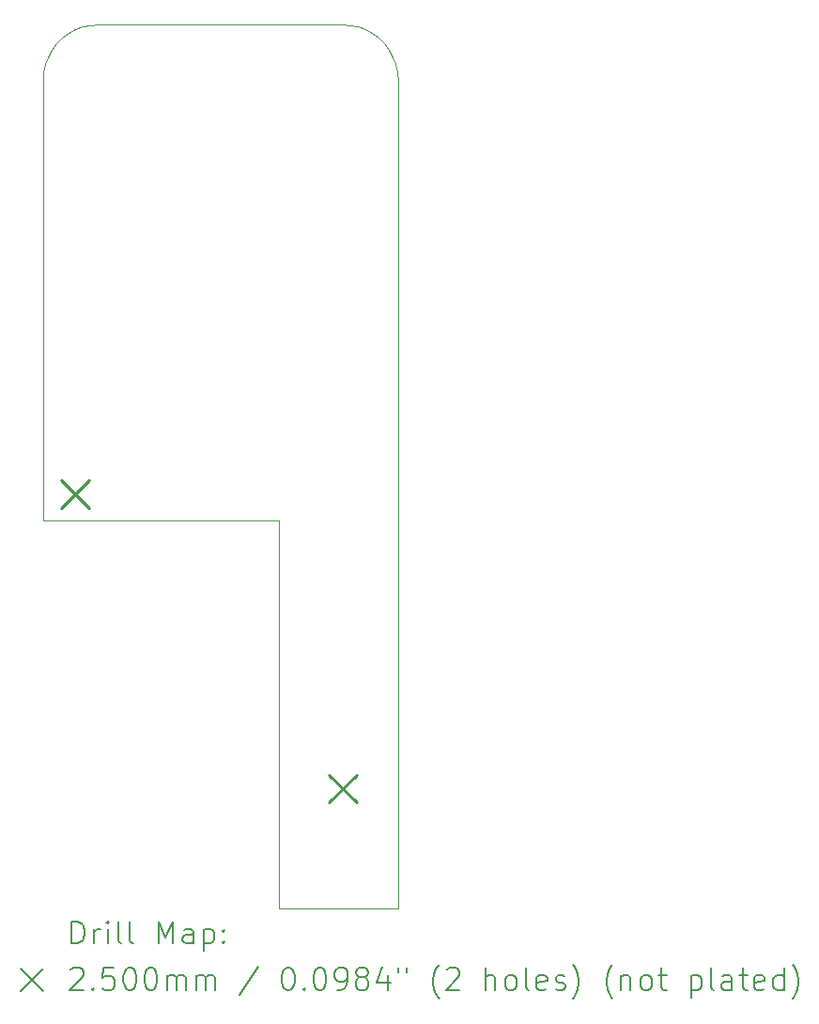
<source format=gbr>
%TF.GenerationSoftware,KiCad,Pcbnew,7.0.7*%
%TF.CreationDate,2024-05-12T05:58:04-05:00*%
%TF.ProjectId,ThinkTankTimerVote,5468696e-6b54-4616-9e6b-54696d657256,rev?*%
%TF.SameCoordinates,Original*%
%TF.FileFunction,Drillmap*%
%TF.FilePolarity,Positive*%
%FSLAX45Y45*%
G04 Gerber Fmt 4.5, Leading zero omitted, Abs format (unit mm)*
G04 Created by KiCad (PCBNEW 7.0.7) date 2024-05-12 05:58:04*
%MOMM*%
%LPD*%
G01*
G04 APERTURE LIST*
%ADD10C,0.003779*%
%ADD11C,0.200000*%
%ADD12C,0.250000*%
G04 APERTURE END LIST*
D10*
X16975000Y-6911600D02*
X17025500Y-6861100D01*
X17212000Y-6759300D02*
X17281700Y-6744100D01*
X18452900Y-6739000D02*
X19552900Y-6739000D01*
X19760600Y-6784200D02*
X19823200Y-6818400D01*
X20032600Y-7098100D02*
X20047800Y-7167800D01*
X19693800Y-6759300D02*
X19760600Y-6784200D01*
X18979300Y-14710000D02*
X18979300Y-11210000D01*
X17145200Y-6784200D02*
X17212000Y-6759300D01*
X16932300Y-6968700D02*
X16975000Y-6911600D01*
X16898100Y-7031300D02*
X16932300Y-6968700D01*
X20052900Y-10724500D02*
X20052900Y-11210000D01*
X16852900Y-10724500D02*
X16852900Y-7447700D01*
X20052900Y-11210000D02*
X20052900Y-14710000D01*
X16858000Y-7167800D02*
X16873200Y-7098100D01*
X16852900Y-7447700D02*
X16852900Y-7239000D01*
X19552900Y-6739000D02*
X19624100Y-6744100D01*
X20052900Y-7447700D02*
X20052900Y-10724500D01*
X20047800Y-7167800D02*
X20052900Y-7239000D01*
X19973500Y-6968700D02*
X20007700Y-7031300D01*
X19624100Y-6744100D02*
X19693800Y-6759300D01*
X16852900Y-11210000D02*
X16852900Y-10724500D01*
X17281700Y-6744100D02*
X17352900Y-6739000D01*
X19823200Y-6818400D02*
X19880300Y-6861100D01*
X17025500Y-6861100D02*
X17082600Y-6818400D01*
X17352900Y-6739000D02*
X18452900Y-6739000D01*
X19880300Y-6861100D02*
X19930800Y-6911600D01*
X20007700Y-7031300D02*
X20032600Y-7098100D01*
X16852900Y-7239000D02*
X16858000Y-7167800D01*
X16873200Y-7098100D02*
X16898100Y-7031300D01*
X17082600Y-6818400D02*
X17145200Y-6784200D01*
X19930800Y-6911600D02*
X19973500Y-6968700D01*
X20052900Y-7239000D02*
X20052900Y-7447700D01*
X20052900Y-14710000D02*
X18979300Y-14710000D01*
X18979300Y-11210000D02*
X16852900Y-11210000D01*
D11*
D12*
X17020000Y-10847800D02*
X17270000Y-11097800D01*
X17270000Y-10847800D02*
X17020000Y-11097800D01*
X19433000Y-13502100D02*
X19683000Y-13752100D01*
X19683000Y-13502100D02*
X19433000Y-13752100D01*
D11*
X17113488Y-15021673D02*
X17113488Y-14821673D01*
X17113488Y-14821673D02*
X17161107Y-14821673D01*
X17161107Y-14821673D02*
X17189678Y-14831196D01*
X17189678Y-14831196D02*
X17208726Y-14850244D01*
X17208726Y-14850244D02*
X17218250Y-14869292D01*
X17218250Y-14869292D02*
X17227774Y-14907387D01*
X17227774Y-14907387D02*
X17227774Y-14935958D01*
X17227774Y-14935958D02*
X17218250Y-14974053D01*
X17218250Y-14974053D02*
X17208726Y-14993101D01*
X17208726Y-14993101D02*
X17189678Y-15012149D01*
X17189678Y-15012149D02*
X17161107Y-15021673D01*
X17161107Y-15021673D02*
X17113488Y-15021673D01*
X17313488Y-15021673D02*
X17313488Y-14888339D01*
X17313488Y-14926434D02*
X17323012Y-14907387D01*
X17323012Y-14907387D02*
X17332536Y-14897863D01*
X17332536Y-14897863D02*
X17351583Y-14888339D01*
X17351583Y-14888339D02*
X17370631Y-14888339D01*
X17437297Y-15021673D02*
X17437297Y-14888339D01*
X17437297Y-14821673D02*
X17427774Y-14831196D01*
X17427774Y-14831196D02*
X17437297Y-14840720D01*
X17437297Y-14840720D02*
X17446821Y-14831196D01*
X17446821Y-14831196D02*
X17437297Y-14821673D01*
X17437297Y-14821673D02*
X17437297Y-14840720D01*
X17561107Y-15021673D02*
X17542059Y-15012149D01*
X17542059Y-15012149D02*
X17532536Y-14993101D01*
X17532536Y-14993101D02*
X17532536Y-14821673D01*
X17665869Y-15021673D02*
X17646821Y-15012149D01*
X17646821Y-15012149D02*
X17637297Y-14993101D01*
X17637297Y-14993101D02*
X17637297Y-14821673D01*
X17894440Y-15021673D02*
X17894440Y-14821673D01*
X17894440Y-14821673D02*
X17961107Y-14964530D01*
X17961107Y-14964530D02*
X18027774Y-14821673D01*
X18027774Y-14821673D02*
X18027774Y-15021673D01*
X18208726Y-15021673D02*
X18208726Y-14916911D01*
X18208726Y-14916911D02*
X18199202Y-14897863D01*
X18199202Y-14897863D02*
X18180155Y-14888339D01*
X18180155Y-14888339D02*
X18142059Y-14888339D01*
X18142059Y-14888339D02*
X18123012Y-14897863D01*
X18208726Y-15012149D02*
X18189678Y-15021673D01*
X18189678Y-15021673D02*
X18142059Y-15021673D01*
X18142059Y-15021673D02*
X18123012Y-15012149D01*
X18123012Y-15012149D02*
X18113488Y-14993101D01*
X18113488Y-14993101D02*
X18113488Y-14974053D01*
X18113488Y-14974053D02*
X18123012Y-14955006D01*
X18123012Y-14955006D02*
X18142059Y-14945482D01*
X18142059Y-14945482D02*
X18189678Y-14945482D01*
X18189678Y-14945482D02*
X18208726Y-14935958D01*
X18303964Y-14888339D02*
X18303964Y-15088339D01*
X18303964Y-14897863D02*
X18323012Y-14888339D01*
X18323012Y-14888339D02*
X18361107Y-14888339D01*
X18361107Y-14888339D02*
X18380155Y-14897863D01*
X18380155Y-14897863D02*
X18389678Y-14907387D01*
X18389678Y-14907387D02*
X18399202Y-14926434D01*
X18399202Y-14926434D02*
X18399202Y-14983577D01*
X18399202Y-14983577D02*
X18389678Y-15002625D01*
X18389678Y-15002625D02*
X18380155Y-15012149D01*
X18380155Y-15012149D02*
X18361107Y-15021673D01*
X18361107Y-15021673D02*
X18323012Y-15021673D01*
X18323012Y-15021673D02*
X18303964Y-15012149D01*
X18484917Y-15002625D02*
X18494440Y-15012149D01*
X18494440Y-15012149D02*
X18484917Y-15021673D01*
X18484917Y-15021673D02*
X18475393Y-15012149D01*
X18475393Y-15012149D02*
X18484917Y-15002625D01*
X18484917Y-15002625D02*
X18484917Y-15021673D01*
X18484917Y-14897863D02*
X18494440Y-14907387D01*
X18494440Y-14907387D02*
X18484917Y-14916911D01*
X18484917Y-14916911D02*
X18475393Y-14907387D01*
X18475393Y-14907387D02*
X18484917Y-14897863D01*
X18484917Y-14897863D02*
X18484917Y-14916911D01*
X16652711Y-15250189D02*
X16852711Y-15450189D01*
X16852711Y-15250189D02*
X16652711Y-15450189D01*
X17103964Y-15260720D02*
X17113488Y-15251196D01*
X17113488Y-15251196D02*
X17132536Y-15241673D01*
X17132536Y-15241673D02*
X17180155Y-15241673D01*
X17180155Y-15241673D02*
X17199202Y-15251196D01*
X17199202Y-15251196D02*
X17208726Y-15260720D01*
X17208726Y-15260720D02*
X17218250Y-15279768D01*
X17218250Y-15279768D02*
X17218250Y-15298815D01*
X17218250Y-15298815D02*
X17208726Y-15327387D01*
X17208726Y-15327387D02*
X17094440Y-15441673D01*
X17094440Y-15441673D02*
X17218250Y-15441673D01*
X17303964Y-15422625D02*
X17313488Y-15432149D01*
X17313488Y-15432149D02*
X17303964Y-15441673D01*
X17303964Y-15441673D02*
X17294440Y-15432149D01*
X17294440Y-15432149D02*
X17303964Y-15422625D01*
X17303964Y-15422625D02*
X17303964Y-15441673D01*
X17494440Y-15241673D02*
X17399202Y-15241673D01*
X17399202Y-15241673D02*
X17389678Y-15336911D01*
X17389678Y-15336911D02*
X17399202Y-15327387D01*
X17399202Y-15327387D02*
X17418250Y-15317863D01*
X17418250Y-15317863D02*
X17465869Y-15317863D01*
X17465869Y-15317863D02*
X17484917Y-15327387D01*
X17484917Y-15327387D02*
X17494440Y-15336911D01*
X17494440Y-15336911D02*
X17503964Y-15355958D01*
X17503964Y-15355958D02*
X17503964Y-15403577D01*
X17503964Y-15403577D02*
X17494440Y-15422625D01*
X17494440Y-15422625D02*
X17484917Y-15432149D01*
X17484917Y-15432149D02*
X17465869Y-15441673D01*
X17465869Y-15441673D02*
X17418250Y-15441673D01*
X17418250Y-15441673D02*
X17399202Y-15432149D01*
X17399202Y-15432149D02*
X17389678Y-15422625D01*
X17627774Y-15241673D02*
X17646821Y-15241673D01*
X17646821Y-15241673D02*
X17665869Y-15251196D01*
X17665869Y-15251196D02*
X17675393Y-15260720D01*
X17675393Y-15260720D02*
X17684917Y-15279768D01*
X17684917Y-15279768D02*
X17694440Y-15317863D01*
X17694440Y-15317863D02*
X17694440Y-15365482D01*
X17694440Y-15365482D02*
X17684917Y-15403577D01*
X17684917Y-15403577D02*
X17675393Y-15422625D01*
X17675393Y-15422625D02*
X17665869Y-15432149D01*
X17665869Y-15432149D02*
X17646821Y-15441673D01*
X17646821Y-15441673D02*
X17627774Y-15441673D01*
X17627774Y-15441673D02*
X17608726Y-15432149D01*
X17608726Y-15432149D02*
X17599202Y-15422625D01*
X17599202Y-15422625D02*
X17589678Y-15403577D01*
X17589678Y-15403577D02*
X17580155Y-15365482D01*
X17580155Y-15365482D02*
X17580155Y-15317863D01*
X17580155Y-15317863D02*
X17589678Y-15279768D01*
X17589678Y-15279768D02*
X17599202Y-15260720D01*
X17599202Y-15260720D02*
X17608726Y-15251196D01*
X17608726Y-15251196D02*
X17627774Y-15241673D01*
X17818250Y-15241673D02*
X17837298Y-15241673D01*
X17837298Y-15241673D02*
X17856345Y-15251196D01*
X17856345Y-15251196D02*
X17865869Y-15260720D01*
X17865869Y-15260720D02*
X17875393Y-15279768D01*
X17875393Y-15279768D02*
X17884917Y-15317863D01*
X17884917Y-15317863D02*
X17884917Y-15365482D01*
X17884917Y-15365482D02*
X17875393Y-15403577D01*
X17875393Y-15403577D02*
X17865869Y-15422625D01*
X17865869Y-15422625D02*
X17856345Y-15432149D01*
X17856345Y-15432149D02*
X17837298Y-15441673D01*
X17837298Y-15441673D02*
X17818250Y-15441673D01*
X17818250Y-15441673D02*
X17799202Y-15432149D01*
X17799202Y-15432149D02*
X17789678Y-15422625D01*
X17789678Y-15422625D02*
X17780155Y-15403577D01*
X17780155Y-15403577D02*
X17770631Y-15365482D01*
X17770631Y-15365482D02*
X17770631Y-15317863D01*
X17770631Y-15317863D02*
X17780155Y-15279768D01*
X17780155Y-15279768D02*
X17789678Y-15260720D01*
X17789678Y-15260720D02*
X17799202Y-15251196D01*
X17799202Y-15251196D02*
X17818250Y-15241673D01*
X17970631Y-15441673D02*
X17970631Y-15308339D01*
X17970631Y-15327387D02*
X17980155Y-15317863D01*
X17980155Y-15317863D02*
X17999202Y-15308339D01*
X17999202Y-15308339D02*
X18027774Y-15308339D01*
X18027774Y-15308339D02*
X18046821Y-15317863D01*
X18046821Y-15317863D02*
X18056345Y-15336911D01*
X18056345Y-15336911D02*
X18056345Y-15441673D01*
X18056345Y-15336911D02*
X18065869Y-15317863D01*
X18065869Y-15317863D02*
X18084917Y-15308339D01*
X18084917Y-15308339D02*
X18113488Y-15308339D01*
X18113488Y-15308339D02*
X18132536Y-15317863D01*
X18132536Y-15317863D02*
X18142059Y-15336911D01*
X18142059Y-15336911D02*
X18142059Y-15441673D01*
X18237298Y-15441673D02*
X18237298Y-15308339D01*
X18237298Y-15327387D02*
X18246821Y-15317863D01*
X18246821Y-15317863D02*
X18265869Y-15308339D01*
X18265869Y-15308339D02*
X18294440Y-15308339D01*
X18294440Y-15308339D02*
X18313488Y-15317863D01*
X18313488Y-15317863D02*
X18323012Y-15336911D01*
X18323012Y-15336911D02*
X18323012Y-15441673D01*
X18323012Y-15336911D02*
X18332536Y-15317863D01*
X18332536Y-15317863D02*
X18351583Y-15308339D01*
X18351583Y-15308339D02*
X18380155Y-15308339D01*
X18380155Y-15308339D02*
X18399202Y-15317863D01*
X18399202Y-15317863D02*
X18408726Y-15336911D01*
X18408726Y-15336911D02*
X18408726Y-15441673D01*
X18799202Y-15232149D02*
X18627774Y-15489292D01*
X19056345Y-15241673D02*
X19075393Y-15241673D01*
X19075393Y-15241673D02*
X19094441Y-15251196D01*
X19094441Y-15251196D02*
X19103964Y-15260720D01*
X19103964Y-15260720D02*
X19113488Y-15279768D01*
X19113488Y-15279768D02*
X19123012Y-15317863D01*
X19123012Y-15317863D02*
X19123012Y-15365482D01*
X19123012Y-15365482D02*
X19113488Y-15403577D01*
X19113488Y-15403577D02*
X19103964Y-15422625D01*
X19103964Y-15422625D02*
X19094441Y-15432149D01*
X19094441Y-15432149D02*
X19075393Y-15441673D01*
X19075393Y-15441673D02*
X19056345Y-15441673D01*
X19056345Y-15441673D02*
X19037298Y-15432149D01*
X19037298Y-15432149D02*
X19027774Y-15422625D01*
X19027774Y-15422625D02*
X19018250Y-15403577D01*
X19018250Y-15403577D02*
X19008726Y-15365482D01*
X19008726Y-15365482D02*
X19008726Y-15317863D01*
X19008726Y-15317863D02*
X19018250Y-15279768D01*
X19018250Y-15279768D02*
X19027774Y-15260720D01*
X19027774Y-15260720D02*
X19037298Y-15251196D01*
X19037298Y-15251196D02*
X19056345Y-15241673D01*
X19208726Y-15422625D02*
X19218250Y-15432149D01*
X19218250Y-15432149D02*
X19208726Y-15441673D01*
X19208726Y-15441673D02*
X19199202Y-15432149D01*
X19199202Y-15432149D02*
X19208726Y-15422625D01*
X19208726Y-15422625D02*
X19208726Y-15441673D01*
X19342060Y-15241673D02*
X19361107Y-15241673D01*
X19361107Y-15241673D02*
X19380155Y-15251196D01*
X19380155Y-15251196D02*
X19389679Y-15260720D01*
X19389679Y-15260720D02*
X19399202Y-15279768D01*
X19399202Y-15279768D02*
X19408726Y-15317863D01*
X19408726Y-15317863D02*
X19408726Y-15365482D01*
X19408726Y-15365482D02*
X19399202Y-15403577D01*
X19399202Y-15403577D02*
X19389679Y-15422625D01*
X19389679Y-15422625D02*
X19380155Y-15432149D01*
X19380155Y-15432149D02*
X19361107Y-15441673D01*
X19361107Y-15441673D02*
X19342060Y-15441673D01*
X19342060Y-15441673D02*
X19323012Y-15432149D01*
X19323012Y-15432149D02*
X19313488Y-15422625D01*
X19313488Y-15422625D02*
X19303964Y-15403577D01*
X19303964Y-15403577D02*
X19294441Y-15365482D01*
X19294441Y-15365482D02*
X19294441Y-15317863D01*
X19294441Y-15317863D02*
X19303964Y-15279768D01*
X19303964Y-15279768D02*
X19313488Y-15260720D01*
X19313488Y-15260720D02*
X19323012Y-15251196D01*
X19323012Y-15251196D02*
X19342060Y-15241673D01*
X19503964Y-15441673D02*
X19542060Y-15441673D01*
X19542060Y-15441673D02*
X19561107Y-15432149D01*
X19561107Y-15432149D02*
X19570631Y-15422625D01*
X19570631Y-15422625D02*
X19589679Y-15394053D01*
X19589679Y-15394053D02*
X19599202Y-15355958D01*
X19599202Y-15355958D02*
X19599202Y-15279768D01*
X19599202Y-15279768D02*
X19589679Y-15260720D01*
X19589679Y-15260720D02*
X19580155Y-15251196D01*
X19580155Y-15251196D02*
X19561107Y-15241673D01*
X19561107Y-15241673D02*
X19523012Y-15241673D01*
X19523012Y-15241673D02*
X19503964Y-15251196D01*
X19503964Y-15251196D02*
X19494441Y-15260720D01*
X19494441Y-15260720D02*
X19484917Y-15279768D01*
X19484917Y-15279768D02*
X19484917Y-15327387D01*
X19484917Y-15327387D02*
X19494441Y-15346434D01*
X19494441Y-15346434D02*
X19503964Y-15355958D01*
X19503964Y-15355958D02*
X19523012Y-15365482D01*
X19523012Y-15365482D02*
X19561107Y-15365482D01*
X19561107Y-15365482D02*
X19580155Y-15355958D01*
X19580155Y-15355958D02*
X19589679Y-15346434D01*
X19589679Y-15346434D02*
X19599202Y-15327387D01*
X19713488Y-15327387D02*
X19694441Y-15317863D01*
X19694441Y-15317863D02*
X19684917Y-15308339D01*
X19684917Y-15308339D02*
X19675393Y-15289292D01*
X19675393Y-15289292D02*
X19675393Y-15279768D01*
X19675393Y-15279768D02*
X19684917Y-15260720D01*
X19684917Y-15260720D02*
X19694441Y-15251196D01*
X19694441Y-15251196D02*
X19713488Y-15241673D01*
X19713488Y-15241673D02*
X19751583Y-15241673D01*
X19751583Y-15241673D02*
X19770631Y-15251196D01*
X19770631Y-15251196D02*
X19780155Y-15260720D01*
X19780155Y-15260720D02*
X19789679Y-15279768D01*
X19789679Y-15279768D02*
X19789679Y-15289292D01*
X19789679Y-15289292D02*
X19780155Y-15308339D01*
X19780155Y-15308339D02*
X19770631Y-15317863D01*
X19770631Y-15317863D02*
X19751583Y-15327387D01*
X19751583Y-15327387D02*
X19713488Y-15327387D01*
X19713488Y-15327387D02*
X19694441Y-15336911D01*
X19694441Y-15336911D02*
X19684917Y-15346434D01*
X19684917Y-15346434D02*
X19675393Y-15365482D01*
X19675393Y-15365482D02*
X19675393Y-15403577D01*
X19675393Y-15403577D02*
X19684917Y-15422625D01*
X19684917Y-15422625D02*
X19694441Y-15432149D01*
X19694441Y-15432149D02*
X19713488Y-15441673D01*
X19713488Y-15441673D02*
X19751583Y-15441673D01*
X19751583Y-15441673D02*
X19770631Y-15432149D01*
X19770631Y-15432149D02*
X19780155Y-15422625D01*
X19780155Y-15422625D02*
X19789679Y-15403577D01*
X19789679Y-15403577D02*
X19789679Y-15365482D01*
X19789679Y-15365482D02*
X19780155Y-15346434D01*
X19780155Y-15346434D02*
X19770631Y-15336911D01*
X19770631Y-15336911D02*
X19751583Y-15327387D01*
X19961107Y-15308339D02*
X19961107Y-15441673D01*
X19913488Y-15232149D02*
X19865869Y-15375006D01*
X19865869Y-15375006D02*
X19989679Y-15375006D01*
X20056345Y-15241673D02*
X20056345Y-15279768D01*
X20132536Y-15241673D02*
X20132536Y-15279768D01*
X20427774Y-15517863D02*
X20418250Y-15508339D01*
X20418250Y-15508339D02*
X20399203Y-15479768D01*
X20399203Y-15479768D02*
X20389679Y-15460720D01*
X20389679Y-15460720D02*
X20380155Y-15432149D01*
X20380155Y-15432149D02*
X20370631Y-15384530D01*
X20370631Y-15384530D02*
X20370631Y-15346434D01*
X20370631Y-15346434D02*
X20380155Y-15298815D01*
X20380155Y-15298815D02*
X20389679Y-15270244D01*
X20389679Y-15270244D02*
X20399203Y-15251196D01*
X20399203Y-15251196D02*
X20418250Y-15222625D01*
X20418250Y-15222625D02*
X20427774Y-15213101D01*
X20494441Y-15260720D02*
X20503964Y-15251196D01*
X20503964Y-15251196D02*
X20523012Y-15241673D01*
X20523012Y-15241673D02*
X20570631Y-15241673D01*
X20570631Y-15241673D02*
X20589679Y-15251196D01*
X20589679Y-15251196D02*
X20599203Y-15260720D01*
X20599203Y-15260720D02*
X20608726Y-15279768D01*
X20608726Y-15279768D02*
X20608726Y-15298815D01*
X20608726Y-15298815D02*
X20599203Y-15327387D01*
X20599203Y-15327387D02*
X20484917Y-15441673D01*
X20484917Y-15441673D02*
X20608726Y-15441673D01*
X20846822Y-15441673D02*
X20846822Y-15241673D01*
X20932536Y-15441673D02*
X20932536Y-15336911D01*
X20932536Y-15336911D02*
X20923012Y-15317863D01*
X20923012Y-15317863D02*
X20903965Y-15308339D01*
X20903965Y-15308339D02*
X20875393Y-15308339D01*
X20875393Y-15308339D02*
X20856345Y-15317863D01*
X20856345Y-15317863D02*
X20846822Y-15327387D01*
X21056345Y-15441673D02*
X21037298Y-15432149D01*
X21037298Y-15432149D02*
X21027774Y-15422625D01*
X21027774Y-15422625D02*
X21018250Y-15403577D01*
X21018250Y-15403577D02*
X21018250Y-15346434D01*
X21018250Y-15346434D02*
X21027774Y-15327387D01*
X21027774Y-15327387D02*
X21037298Y-15317863D01*
X21037298Y-15317863D02*
X21056345Y-15308339D01*
X21056345Y-15308339D02*
X21084917Y-15308339D01*
X21084917Y-15308339D02*
X21103965Y-15317863D01*
X21103965Y-15317863D02*
X21113488Y-15327387D01*
X21113488Y-15327387D02*
X21123012Y-15346434D01*
X21123012Y-15346434D02*
X21123012Y-15403577D01*
X21123012Y-15403577D02*
X21113488Y-15422625D01*
X21113488Y-15422625D02*
X21103965Y-15432149D01*
X21103965Y-15432149D02*
X21084917Y-15441673D01*
X21084917Y-15441673D02*
X21056345Y-15441673D01*
X21237298Y-15441673D02*
X21218250Y-15432149D01*
X21218250Y-15432149D02*
X21208726Y-15413101D01*
X21208726Y-15413101D02*
X21208726Y-15241673D01*
X21389679Y-15432149D02*
X21370631Y-15441673D01*
X21370631Y-15441673D02*
X21332536Y-15441673D01*
X21332536Y-15441673D02*
X21313488Y-15432149D01*
X21313488Y-15432149D02*
X21303965Y-15413101D01*
X21303965Y-15413101D02*
X21303965Y-15336911D01*
X21303965Y-15336911D02*
X21313488Y-15317863D01*
X21313488Y-15317863D02*
X21332536Y-15308339D01*
X21332536Y-15308339D02*
X21370631Y-15308339D01*
X21370631Y-15308339D02*
X21389679Y-15317863D01*
X21389679Y-15317863D02*
X21399203Y-15336911D01*
X21399203Y-15336911D02*
X21399203Y-15355958D01*
X21399203Y-15355958D02*
X21303965Y-15375006D01*
X21475393Y-15432149D02*
X21494441Y-15441673D01*
X21494441Y-15441673D02*
X21532536Y-15441673D01*
X21532536Y-15441673D02*
X21551584Y-15432149D01*
X21551584Y-15432149D02*
X21561107Y-15413101D01*
X21561107Y-15413101D02*
X21561107Y-15403577D01*
X21561107Y-15403577D02*
X21551584Y-15384530D01*
X21551584Y-15384530D02*
X21532536Y-15375006D01*
X21532536Y-15375006D02*
X21503965Y-15375006D01*
X21503965Y-15375006D02*
X21484917Y-15365482D01*
X21484917Y-15365482D02*
X21475393Y-15346434D01*
X21475393Y-15346434D02*
X21475393Y-15336911D01*
X21475393Y-15336911D02*
X21484917Y-15317863D01*
X21484917Y-15317863D02*
X21503965Y-15308339D01*
X21503965Y-15308339D02*
X21532536Y-15308339D01*
X21532536Y-15308339D02*
X21551584Y-15317863D01*
X21627774Y-15517863D02*
X21637298Y-15508339D01*
X21637298Y-15508339D02*
X21656346Y-15479768D01*
X21656346Y-15479768D02*
X21665869Y-15460720D01*
X21665869Y-15460720D02*
X21675393Y-15432149D01*
X21675393Y-15432149D02*
X21684917Y-15384530D01*
X21684917Y-15384530D02*
X21684917Y-15346434D01*
X21684917Y-15346434D02*
X21675393Y-15298815D01*
X21675393Y-15298815D02*
X21665869Y-15270244D01*
X21665869Y-15270244D02*
X21656346Y-15251196D01*
X21656346Y-15251196D02*
X21637298Y-15222625D01*
X21637298Y-15222625D02*
X21627774Y-15213101D01*
X21989679Y-15517863D02*
X21980155Y-15508339D01*
X21980155Y-15508339D02*
X21961107Y-15479768D01*
X21961107Y-15479768D02*
X21951584Y-15460720D01*
X21951584Y-15460720D02*
X21942060Y-15432149D01*
X21942060Y-15432149D02*
X21932536Y-15384530D01*
X21932536Y-15384530D02*
X21932536Y-15346434D01*
X21932536Y-15346434D02*
X21942060Y-15298815D01*
X21942060Y-15298815D02*
X21951584Y-15270244D01*
X21951584Y-15270244D02*
X21961107Y-15251196D01*
X21961107Y-15251196D02*
X21980155Y-15222625D01*
X21980155Y-15222625D02*
X21989679Y-15213101D01*
X22065869Y-15308339D02*
X22065869Y-15441673D01*
X22065869Y-15327387D02*
X22075393Y-15317863D01*
X22075393Y-15317863D02*
X22094441Y-15308339D01*
X22094441Y-15308339D02*
X22123012Y-15308339D01*
X22123012Y-15308339D02*
X22142060Y-15317863D01*
X22142060Y-15317863D02*
X22151584Y-15336911D01*
X22151584Y-15336911D02*
X22151584Y-15441673D01*
X22275393Y-15441673D02*
X22256346Y-15432149D01*
X22256346Y-15432149D02*
X22246822Y-15422625D01*
X22246822Y-15422625D02*
X22237298Y-15403577D01*
X22237298Y-15403577D02*
X22237298Y-15346434D01*
X22237298Y-15346434D02*
X22246822Y-15327387D01*
X22246822Y-15327387D02*
X22256346Y-15317863D01*
X22256346Y-15317863D02*
X22275393Y-15308339D01*
X22275393Y-15308339D02*
X22303965Y-15308339D01*
X22303965Y-15308339D02*
X22323012Y-15317863D01*
X22323012Y-15317863D02*
X22332536Y-15327387D01*
X22332536Y-15327387D02*
X22342060Y-15346434D01*
X22342060Y-15346434D02*
X22342060Y-15403577D01*
X22342060Y-15403577D02*
X22332536Y-15422625D01*
X22332536Y-15422625D02*
X22323012Y-15432149D01*
X22323012Y-15432149D02*
X22303965Y-15441673D01*
X22303965Y-15441673D02*
X22275393Y-15441673D01*
X22399203Y-15308339D02*
X22475393Y-15308339D01*
X22427774Y-15241673D02*
X22427774Y-15413101D01*
X22427774Y-15413101D02*
X22437298Y-15432149D01*
X22437298Y-15432149D02*
X22456345Y-15441673D01*
X22456345Y-15441673D02*
X22475393Y-15441673D01*
X22694441Y-15308339D02*
X22694441Y-15508339D01*
X22694441Y-15317863D02*
X22713488Y-15308339D01*
X22713488Y-15308339D02*
X22751584Y-15308339D01*
X22751584Y-15308339D02*
X22770631Y-15317863D01*
X22770631Y-15317863D02*
X22780155Y-15327387D01*
X22780155Y-15327387D02*
X22789679Y-15346434D01*
X22789679Y-15346434D02*
X22789679Y-15403577D01*
X22789679Y-15403577D02*
X22780155Y-15422625D01*
X22780155Y-15422625D02*
X22770631Y-15432149D01*
X22770631Y-15432149D02*
X22751584Y-15441673D01*
X22751584Y-15441673D02*
X22713488Y-15441673D01*
X22713488Y-15441673D02*
X22694441Y-15432149D01*
X22903965Y-15441673D02*
X22884917Y-15432149D01*
X22884917Y-15432149D02*
X22875393Y-15413101D01*
X22875393Y-15413101D02*
X22875393Y-15241673D01*
X23065869Y-15441673D02*
X23065869Y-15336911D01*
X23065869Y-15336911D02*
X23056346Y-15317863D01*
X23056346Y-15317863D02*
X23037298Y-15308339D01*
X23037298Y-15308339D02*
X22999203Y-15308339D01*
X22999203Y-15308339D02*
X22980155Y-15317863D01*
X23065869Y-15432149D02*
X23046822Y-15441673D01*
X23046822Y-15441673D02*
X22999203Y-15441673D01*
X22999203Y-15441673D02*
X22980155Y-15432149D01*
X22980155Y-15432149D02*
X22970631Y-15413101D01*
X22970631Y-15413101D02*
X22970631Y-15394053D01*
X22970631Y-15394053D02*
X22980155Y-15375006D01*
X22980155Y-15375006D02*
X22999203Y-15365482D01*
X22999203Y-15365482D02*
X23046822Y-15365482D01*
X23046822Y-15365482D02*
X23065869Y-15355958D01*
X23132536Y-15308339D02*
X23208726Y-15308339D01*
X23161107Y-15241673D02*
X23161107Y-15413101D01*
X23161107Y-15413101D02*
X23170631Y-15432149D01*
X23170631Y-15432149D02*
X23189679Y-15441673D01*
X23189679Y-15441673D02*
X23208726Y-15441673D01*
X23351584Y-15432149D02*
X23332536Y-15441673D01*
X23332536Y-15441673D02*
X23294441Y-15441673D01*
X23294441Y-15441673D02*
X23275393Y-15432149D01*
X23275393Y-15432149D02*
X23265869Y-15413101D01*
X23265869Y-15413101D02*
X23265869Y-15336911D01*
X23265869Y-15336911D02*
X23275393Y-15317863D01*
X23275393Y-15317863D02*
X23294441Y-15308339D01*
X23294441Y-15308339D02*
X23332536Y-15308339D01*
X23332536Y-15308339D02*
X23351584Y-15317863D01*
X23351584Y-15317863D02*
X23361107Y-15336911D01*
X23361107Y-15336911D02*
X23361107Y-15355958D01*
X23361107Y-15355958D02*
X23265869Y-15375006D01*
X23532536Y-15441673D02*
X23532536Y-15241673D01*
X23532536Y-15432149D02*
X23513488Y-15441673D01*
X23513488Y-15441673D02*
X23475393Y-15441673D01*
X23475393Y-15441673D02*
X23456346Y-15432149D01*
X23456346Y-15432149D02*
X23446822Y-15422625D01*
X23446822Y-15422625D02*
X23437298Y-15403577D01*
X23437298Y-15403577D02*
X23437298Y-15346434D01*
X23437298Y-15346434D02*
X23446822Y-15327387D01*
X23446822Y-15327387D02*
X23456346Y-15317863D01*
X23456346Y-15317863D02*
X23475393Y-15308339D01*
X23475393Y-15308339D02*
X23513488Y-15308339D01*
X23513488Y-15308339D02*
X23532536Y-15317863D01*
X23608727Y-15517863D02*
X23618250Y-15508339D01*
X23618250Y-15508339D02*
X23637298Y-15479768D01*
X23637298Y-15479768D02*
X23646822Y-15460720D01*
X23646822Y-15460720D02*
X23656346Y-15432149D01*
X23656346Y-15432149D02*
X23665869Y-15384530D01*
X23665869Y-15384530D02*
X23665869Y-15346434D01*
X23665869Y-15346434D02*
X23656346Y-15298815D01*
X23656346Y-15298815D02*
X23646822Y-15270244D01*
X23646822Y-15270244D02*
X23637298Y-15251196D01*
X23637298Y-15251196D02*
X23618250Y-15222625D01*
X23618250Y-15222625D02*
X23608727Y-15213101D01*
M02*

</source>
